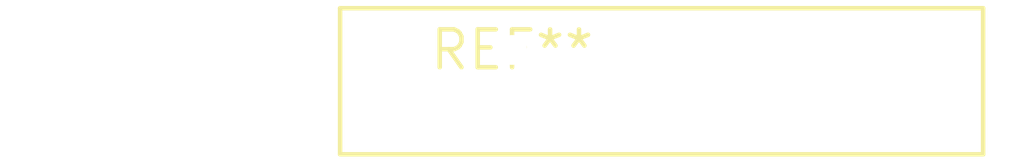
<source format=kicad_pcb>
(kicad_pcb (version 20240108) (generator pcbnew)
  (layers (0 "F.Cu" signal) (31 "B.Cu" signal) (34 "B.Paste" user) (35 "F.Paste" user) (36 "B.SilkS" user "B.Silkscreen") (37 "F.SilkS" user "F.Silkscreen") (38 "B.Mask" user) (39 "F.Mask" user) (44 "Edge.Cuts" user))
  (net 0 "")
  (footprint "RV_Disc_D21.5mm_W4.9mm_P10mm" (layer "F.Cu") (at 0 0)
    (property "Reference" "REF**")
    (property "Value" "RV_Disc_D21.5mm_W4.9mm_P10mm")
    (fp_line (start -5.75 -1.4) (end -5.75 3.5) (layer "F.SilkS") (stroke (width 0.15)))
    (fp_line (start -5.75 -1.4) (end 15.75 -1.4) (layer "F.SilkS") (stroke (width 0.15)))
    (fp_line (start -5.75 3.5) (end 15.75 3.5) (layer "F.SilkS") (stroke (width 0.15)))
    (fp_line (start 15.75 -1.4) (end 15.75 3.5) (layer "F.SilkS") (stroke (width 0.15)))
    (pad "1" thru_hole circle (at 0 0) (size 2 2) (drill 1) (layers *.Cu *.Mask) (remove_unused_layers))
    (pad "2" thru_hole circle (at 10 2.1) (size 2 2) (drill 1) (layers *.Cu *.Mask) (remove_unused_layers))
  )
)
</source>
